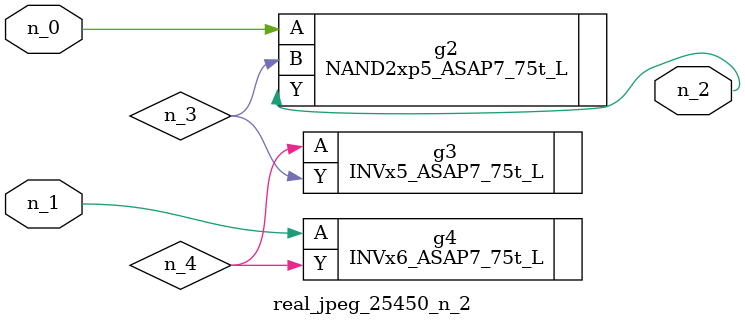
<source format=v>
module real_jpeg_25450_n_2 (n_1, n_0, n_2);

input n_1;
input n_0;

output n_2;

wire n_4;
wire n_3;

NAND2xp5_ASAP7_75t_L g2 ( 
.A(n_0),
.B(n_3),
.Y(n_2)
);

INVx6_ASAP7_75t_L g4 ( 
.A(n_1),
.Y(n_4)
);

INVx5_ASAP7_75t_L g3 ( 
.A(n_4),
.Y(n_3)
);


endmodule
</source>
